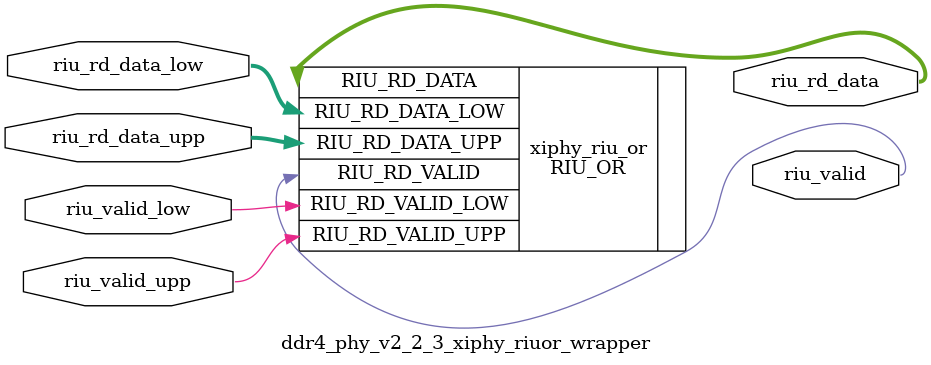
<source format=sv>

`timescale 1ps / 1ps

module ddr4_phy_v2_2_3_xiphy_riuor_wrapper # (
   parameter           SIM_DEVICE            = "ULTRASCALE"
) (
  input  [15:0]  riu_rd_data_low,    // Lower nibble RIU rd_data 
  input  [15:0]  riu_rd_data_upp,    // Upper nibble RIU rd_data 
  input          riu_valid_low,      // Lower nibble RIU riu2clb_valid 
  input          riu_valid_upp,      // Upper nibble RIU riu2clb_valid
  output [15:0]  riu_rd_data,        // ORed lower and upper RIU rd_data      
  output         riu_valid           // ORed lower and upper RIU write valid      
);

`ifdef ULTRASCALE_PHY_BLH
B_RIU_OR
`else
RIU_OR  # (
   .SIM_DEVICE   (SIM_DEVICE)
) 
`endif
  xiphy_riu_or
(
   .RIU_RD_DATA_LOW         (riu_rd_data_low),
   .RIU_RD_DATA_UPP         (riu_rd_data_upp),
   .RIU_RD_VALID_LOW        (riu_valid_low),
   .RIU_RD_VALID_UPP        (riu_valid_upp),
   .RIU_RD_DATA             (riu_rd_data),
   .RIU_RD_VALID            (riu_valid)
);

endmodule


</source>
